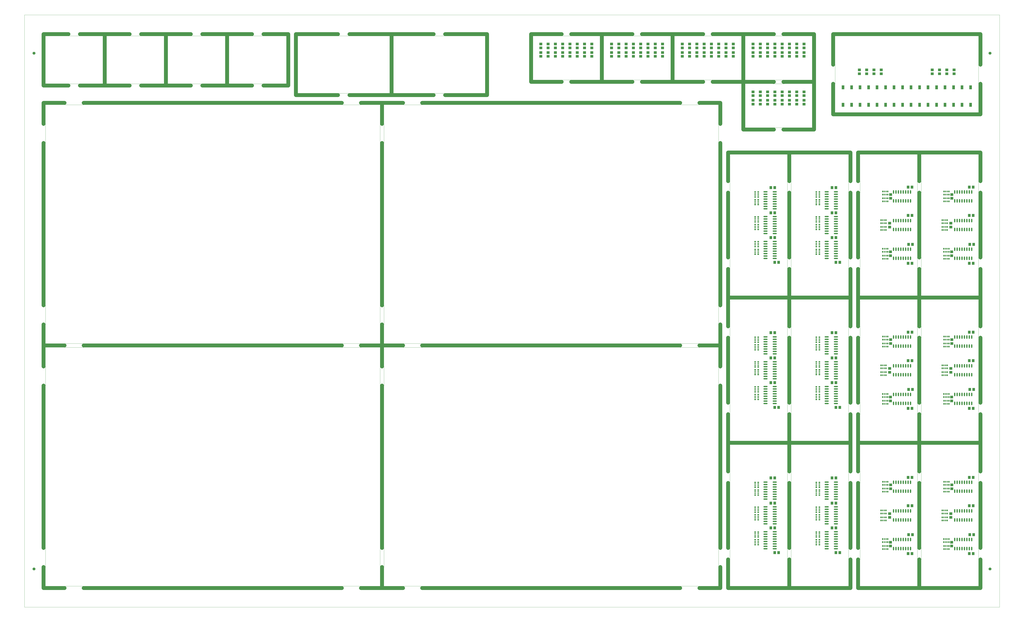
<source format=gtp>
%FSLAX44Y44*%
%MOMM*%
G71*
G01*
G75*
G04 Layer_Color=8421504*
%ADD10C,0.1000*%
%ADD11C,2.0000*%
%ADD12C,1.5000*%
%ADD13R,1.5000X1.4000*%
%ADD14C,0.3048*%
%ADD15C,0.6350*%
%ADD16C,0.4064*%
%ADD17O,0.6000X1.9000*%
G04:AMPARAMS|DCode=18|XSize=0.64mm|YSize=0.8mm|CornerRadius=0.064mm|HoleSize=0mm|Usage=FLASHONLY|Rotation=180.000|XOffset=0mm|YOffset=0mm|HoleType=Round|Shape=RoundedRectangle|*
%AMROUNDEDRECTD18*
21,1,0.6400,0.6720,0,0,180.0*
21,1,0.5120,0.8000,0,0,180.0*
1,1,0.1280,-0.2560,0.3360*
1,1,0.1280,0.2560,0.3360*
1,1,0.1280,0.2560,-0.3360*
1,1,0.1280,-0.2560,-0.3360*
%
%ADD18ROUNDEDRECTD18*%
G04:AMPARAMS|DCode=19|XSize=0.44mm|YSize=0.8mm|CornerRadius=0.044mm|HoleSize=0mm|Usage=FLASHONLY|Rotation=180.000|XOffset=0mm|YOffset=0mm|HoleType=Round|Shape=RoundedRectangle|*
%AMROUNDEDRECTD19*
21,1,0.4400,0.7120,0,0,180.0*
21,1,0.3520,0.8000,0,0,180.0*
1,1,0.0880,-0.1760,0.3560*
1,1,0.0880,0.1760,0.3560*
1,1,0.0880,0.1760,-0.3560*
1,1,0.0880,-0.1760,-0.3560*
%
%ADD19ROUNDEDRECTD19*%
%ADD20R,1.4000X1.5000*%
%ADD21C,0.2540*%
%ADD22C,1.0160*%
%ADD23C,0.5080*%
%ADD24C,0.7620*%
G04:AMPARAMS|DCode=25|XSize=0.64mm|YSize=0.8mm|CornerRadius=0.064mm|HoleSize=0mm|Usage=FLASHONLY|Rotation=90.000|XOffset=0mm|YOffset=0mm|HoleType=Round|Shape=RoundedRectangle|*
%AMROUNDEDRECTD25*
21,1,0.6400,0.6720,0,0,90.0*
21,1,0.5120,0.8000,0,0,90.0*
1,1,0.1280,0.3360,0.2560*
1,1,0.1280,0.3360,-0.2560*
1,1,0.1280,-0.3360,-0.2560*
1,1,0.1280,-0.3360,0.2560*
%
%ADD25ROUNDEDRECTD25*%
G04:AMPARAMS|DCode=26|XSize=0.44mm|YSize=0.8mm|CornerRadius=0.044mm|HoleSize=0mm|Usage=FLASHONLY|Rotation=90.000|XOffset=0mm|YOffset=0mm|HoleType=Round|Shape=RoundedRectangle|*
%AMROUNDEDRECTD26*
21,1,0.4400,0.7120,0,0,90.0*
21,1,0.3520,0.8000,0,0,90.0*
1,1,0.0880,0.3560,0.1760*
1,1,0.0880,0.3560,-0.1760*
1,1,0.0880,-0.3560,-0.1760*
1,1,0.0880,-0.3560,0.1760*
%
%ADD26ROUNDEDRECTD26*%
%ADD27O,2.2000X0.6000*%
%ADD28C,1.2700*%
G04:AMPARAMS|DCode=29|XSize=2.1mm|YSize=1.4mm|CornerRadius=0.14mm|HoleSize=0mm|Usage=FLASHONLY|Rotation=90.000|XOffset=0mm|YOffset=0mm|HoleType=Round|Shape=RoundedRectangle|*
%AMROUNDEDRECTD29*
21,1,2.1000,1.1200,0,0,90.0*
21,1,1.8200,1.4000,0,0,90.0*
1,1,0.2800,0.5600,0.9100*
1,1,0.2800,0.5600,-0.9100*
1,1,0.2800,-0.5600,-0.9100*
1,1,0.2800,-0.5600,0.9100*
%
%ADD29ROUNDEDRECTD29*%
%ADD30C,3.3000*%
%ADD31R,1.5000X1.5000*%
%ADD32C,1.6500*%
%ADD33R,1.6500X1.6500*%
%ADD34R,1.6500X1.6500*%
%ADD35C,0.7620*%
%ADD36C,1.8000*%
%ADD37C,1.1000*%
%ADD38O,1.5500X1.5000*%
%ADD39R,1.5000X1.5000*%
%ADD40C,0.2000*%
%ADD41C,0.1500*%
%ADD42C,0.2500*%
%ADD43C,0.1200*%
%ADD44C,0.1400*%
%ADD45R,4.1000X1.9000*%
%ADD46R,1.9000X4.1000*%
%ADD47C,0.1800*%
D10*
X0Y0D02*
Y3100000D01*
X5100000D01*
Y0D02*
Y3100000D01*
X0Y0D02*
X5100000D01*
X110000Y210000D02*
Y310000D01*
X210000Y110000D02*
X310000D01*
X110000Y1160000D02*
Y1260000D01*
X210000Y1360000D02*
X310000D01*
X1660000D02*
X1760000D01*
X1860000Y1160000D02*
Y1260000D01*
Y210000D02*
Y310000D01*
X1660000Y110000D02*
X1760000D01*
X1660000Y1380000D02*
X1760000D01*
X1860000Y1480000D02*
Y1580000D01*
Y2430000D02*
Y2530000D01*
X1660000Y2630000D02*
X1760000D01*
X210000D02*
X310000D01*
X110000Y2430000D02*
Y2530000D01*
X210000Y1380000D02*
X310000D01*
X110000Y1480000D02*
Y1580000D01*
X3430000Y1380000D02*
X3530000D01*
X3630000Y1480000D02*
Y1580000D01*
Y2430000D02*
Y2530000D01*
X3430000Y2630000D02*
X3530000D01*
X1980000D02*
X2080000D01*
X1880000Y2430000D02*
Y2530000D01*
X1980000Y1380000D02*
X2080000D01*
X1880000Y1480000D02*
Y1580000D01*
X3430000Y110000D02*
X3530000D01*
X3630000Y210000D02*
Y310000D01*
Y1160000D02*
Y1260000D01*
X3430000Y1360000D02*
X3530000D01*
X1980000D02*
X2080000D01*
X1880000Y1160000D02*
Y1260000D01*
X1980000Y110000D02*
X2080000D01*
X1880000Y210000D02*
Y310000D01*
X230000Y2990000D02*
X290000D01*
X230000Y2740000D02*
X290000D01*
X550000D02*
X610000D01*
X550000Y2990000D02*
X610000D01*
X870000Y2740000D02*
X930000D01*
X870000Y2990000D02*
X930000D01*
X1190000Y2740000D02*
X1250000D01*
X1190000Y2990000D02*
X1250000D01*
X1640000D02*
X1700000D01*
X1640000Y2690000D02*
X1700000D01*
X2140000Y2990000D02*
X2200000D01*
X2140000Y2690000D02*
X2200000D01*
X3690000Y250000D02*
Y310000D01*
Y650000D02*
Y710000D01*
X3990000Y650000D02*
Y710000D01*
Y250000D02*
Y310000D01*
X4010000Y650000D02*
Y710000D01*
Y250000D02*
Y310000D01*
X4310000Y650000D02*
Y710000D01*
Y250000D02*
Y310000D01*
X4990000Y250000D02*
Y310000D01*
Y650000D02*
Y710000D01*
X4690000Y250000D02*
Y310000D01*
Y650000D02*
Y710000D01*
X4670000Y250000D02*
Y310000D01*
Y650000D02*
Y710000D01*
X4370000Y650000D02*
Y710000D01*
Y250000D02*
Y310000D01*
X4310000Y1010000D02*
Y1070000D01*
Y1410000D02*
Y1470000D01*
X4010000Y1010000D02*
Y1070000D01*
Y1410000D02*
Y1470000D01*
X3990000Y1010000D02*
Y1070000D01*
Y1410000D02*
Y1470000D01*
X3690000Y1410000D02*
Y1470000D01*
Y1010000D02*
Y1070000D01*
X4990000Y1010000D02*
Y1070000D01*
Y1410000D02*
Y1470000D01*
X4690000Y1010000D02*
Y1070000D01*
Y1410000D02*
Y1470000D01*
X4670000Y1010000D02*
Y1070000D01*
Y1410000D02*
Y1470000D01*
X4370000Y1410000D02*
Y1470000D01*
Y1010000D02*
Y1070000D01*
X4310000Y1770000D02*
Y1830000D01*
Y2170000D02*
Y2230000D01*
X4010000Y1770000D02*
Y1830000D01*
Y2170000D02*
Y2230000D01*
X3990000Y1770000D02*
Y1830000D01*
Y2170000D02*
Y2230000D01*
X3690000Y2170000D02*
Y2230000D01*
Y1770000D02*
Y1830000D01*
X4990000Y1770000D02*
Y1830000D01*
Y2170000D02*
Y2230000D01*
X4690000Y1770000D02*
Y1830000D01*
Y2170000D02*
Y2230000D01*
X4670000Y1770000D02*
Y1830000D01*
Y2170000D02*
Y2230000D01*
X4370000Y2170000D02*
Y2230000D01*
Y1770000D02*
Y1830000D01*
X4990000Y2740000D02*
Y2840000D01*
X4240000Y2740000D02*
Y2840000D01*
X2805000Y2760000D02*
X2865000D01*
X2805000Y2990000D02*
X2865000D01*
X3175000D02*
X3235000D01*
X3175000Y2760000D02*
X3235000D01*
X3545000Y2990000D02*
X3605000D01*
X3545000Y2760000D02*
X3605000D01*
X3915000Y2990000D02*
X3975000D01*
X3915000Y2760000D02*
X3975000D01*
X3915000Y2740000D02*
X3975000D01*
X3915000Y2510000D02*
X3975000D01*
D11*
X3530000Y1370000D02*
X3640000D01*
X100000Y100000D02*
X210000D01*
X100000D02*
Y210000D01*
Y1370000D02*
X210000D01*
X310000Y100000D02*
X1660000D01*
X1760000D02*
X1980000D01*
X2080000D02*
X3430000D01*
X3530000D02*
X3640000D01*
Y210000D01*
Y310000D02*
Y1160000D01*
Y1260000D02*
Y1480000D01*
Y1580000D02*
Y2430000D01*
X1870000Y1580000D02*
Y2430000D01*
Y1260000D02*
Y1480000D01*
Y310000D02*
Y1160000D01*
X100000Y1580000D02*
Y2430000D01*
Y1260000D02*
Y1480000D01*
Y310000D02*
Y1160000D01*
X2080000Y1370000D02*
X3430000D01*
X1760000D02*
X1980000D01*
X310000D02*
X1660000D01*
X1870000Y100000D02*
Y210000D01*
X5000000Y100000D02*
Y250000D01*
Y310000D02*
Y650000D01*
Y710000D02*
Y1010000D01*
Y1070000D02*
Y1410000D01*
Y1470000D02*
Y1770000D01*
Y1830000D02*
Y2170000D01*
Y2230000D02*
Y2380000D01*
X4680000Y2230000D02*
Y2380000D01*
Y1830000D02*
Y2170000D01*
Y1470000D02*
Y1770000D01*
Y1070000D02*
Y1410000D01*
Y710000D02*
Y1010000D01*
Y310000D02*
Y650000D01*
X4360000Y2230000D02*
Y2380000D01*
Y1830000D02*
Y2170000D01*
Y1470000D02*
Y1770000D01*
Y1070000D02*
Y1410000D01*
Y710000D02*
Y1010000D01*
Y310000D02*
Y650000D01*
Y100000D02*
Y250000D01*
X4320000Y2230000D02*
Y2380000D01*
Y1830000D02*
Y2170000D01*
Y1470000D02*
Y1770000D01*
Y1070000D02*
Y1410000D01*
Y710000D02*
Y1010000D01*
Y310000D02*
Y650000D01*
Y100000D02*
Y250000D01*
X4000000Y2230000D02*
Y2380000D01*
Y1830000D02*
Y2170000D01*
Y1470000D02*
Y1770000D01*
Y1070000D02*
Y1410000D01*
Y710000D02*
Y1010000D01*
Y310000D02*
Y650000D01*
X3680000Y2230000D02*
Y2380000D01*
Y1830000D02*
Y2170000D01*
Y1470000D02*
Y1770000D01*
Y1070000D02*
Y1410000D01*
Y710000D02*
Y1010000D01*
Y310000D02*
Y650000D01*
Y100000D02*
Y250000D01*
Y1620000D02*
X4320000D01*
X4360000D02*
X5000000D01*
X3680000Y860000D02*
X4320000D01*
X4360000D02*
X5000000D01*
X310000Y2640000D02*
X1660000D01*
X1760000D02*
X1980000D01*
X2080000D02*
X3430000D01*
X1870000Y2530000D02*
Y2640000D01*
X100000D02*
X210000D01*
X100000Y2530000D02*
Y2640000D01*
X3640000Y2530000D02*
Y2640000D01*
X3530000D02*
X3640000D01*
X100000Y2730000D02*
Y3000000D01*
X230000D01*
X100000Y2730000D02*
X230000D01*
X420000D02*
Y3000000D01*
X290000D02*
X550000D01*
X290000Y2730000D02*
X550000D01*
X610000D02*
X870000D01*
X610000Y3000000D02*
X870000D01*
X740000Y2730000D02*
Y3000000D01*
X930000Y2730000D02*
X1190000D01*
X930000Y3000000D02*
X1190000D01*
X1060000Y2730000D02*
Y3000000D01*
X1250000D02*
X1380000D01*
X1250000Y2730000D02*
X1380000D01*
Y3000000D01*
X1420000Y2680000D02*
Y3000000D01*
Y2680000D02*
X1640000D01*
X1700000D02*
X2140000D01*
X2200000D02*
X2420000D01*
Y3000000D01*
X2200000D02*
X2420000D01*
X1700000D02*
X2140000D01*
X1420000D02*
X1640000D01*
X1920000Y2680000D02*
Y3000000D01*
X2650000D02*
X2810000D01*
X2650000Y2750000D02*
Y3000000D01*
Y2750000D02*
X2810000D01*
X2860000D02*
X3180000D01*
X3230000D02*
X3550000D01*
X3600000D02*
X3920000D01*
X3970000D02*
X4130000D01*
X3970000Y3000000D02*
X4130000D01*
Y2500000D02*
Y3000000D01*
X3970000Y2500000D02*
X4130000D01*
X3760000D02*
X3920000D01*
X3760000D02*
Y3000000D01*
X3600000D02*
X3920000D01*
X3230000D02*
X3550000D01*
X2860000D02*
X3180000D01*
X3020000Y2750000D02*
Y3000000D01*
X3390000Y2750000D02*
Y3000000D01*
X4230000D02*
X5000000D01*
Y2840000D02*
Y3000000D01*
Y2580000D02*
Y2740000D01*
X4230000Y2580000D02*
X5000000D01*
X4230000D02*
Y2740000D01*
Y2840000D02*
Y3000000D01*
X4000000Y100000D02*
Y250000D01*
X4680000Y100000D02*
Y250000D01*
X3680000Y100000D02*
X4320000D01*
X4360000D02*
X5000000D01*
X3680000Y2380000D02*
X4320000D01*
X4360000D02*
X5000000D01*
D12*
X5050000Y2900000D02*
D03*
X50000D02*
D03*
Y200000D02*
D03*
X5050000D02*
D03*
D13*
X4001000Y2927750D02*
D03*
Y2947750D02*
D03*
X3962900Y2927750D02*
D03*
Y2947750D02*
D03*
X3924800Y2927750D02*
D03*
Y2947750D02*
D03*
X3886700Y2927750D02*
D03*
Y2947750D02*
D03*
X3848600Y2927750D02*
D03*
Y2947750D02*
D03*
X3810500Y2927750D02*
D03*
Y2947750D02*
D03*
X4039100Y2927750D02*
D03*
Y2947750D02*
D03*
X4077200Y2927750D02*
D03*
Y2947750D02*
D03*
X3848600Y2903300D02*
D03*
Y2883300D02*
D03*
X3810500D02*
D03*
Y2903300D02*
D03*
X3924800D02*
D03*
Y2883300D02*
D03*
X3886700D02*
D03*
Y2903300D02*
D03*
X4001000D02*
D03*
Y2883300D02*
D03*
X3962900D02*
D03*
Y2903300D02*
D03*
X4077200D02*
D03*
Y2883300D02*
D03*
X4039100D02*
D03*
Y2903300D02*
D03*
X3631000Y2927750D02*
D03*
Y2947750D02*
D03*
X3592900Y2927750D02*
D03*
Y2947750D02*
D03*
X3554800Y2927750D02*
D03*
Y2947750D02*
D03*
X3516700Y2927750D02*
D03*
Y2947750D02*
D03*
X3478600Y2927750D02*
D03*
Y2947750D02*
D03*
X3440500Y2927750D02*
D03*
Y2947750D02*
D03*
X3669100Y2927750D02*
D03*
Y2947750D02*
D03*
X3707200Y2927750D02*
D03*
Y2947750D02*
D03*
X3478600Y2903300D02*
D03*
Y2883300D02*
D03*
X3440500D02*
D03*
Y2903300D02*
D03*
X3554800D02*
D03*
Y2883300D02*
D03*
X3516700D02*
D03*
Y2903300D02*
D03*
X3631000D02*
D03*
Y2883300D02*
D03*
X3592900D02*
D03*
Y2903300D02*
D03*
X3707200D02*
D03*
Y2883300D02*
D03*
X3669100D02*
D03*
Y2903300D02*
D03*
X3261000Y2927750D02*
D03*
Y2947750D02*
D03*
X3222900Y2927750D02*
D03*
Y2947750D02*
D03*
X3184800Y2927750D02*
D03*
Y2947750D02*
D03*
X3146700Y2927750D02*
D03*
Y2947750D02*
D03*
X3108600Y2927750D02*
D03*
Y2947750D02*
D03*
X3070500Y2927750D02*
D03*
Y2947750D02*
D03*
X3299100Y2927750D02*
D03*
Y2947750D02*
D03*
X3337200Y2927750D02*
D03*
Y2947750D02*
D03*
X3108600Y2903300D02*
D03*
Y2883300D02*
D03*
X3070500D02*
D03*
Y2903300D02*
D03*
X3184800D02*
D03*
Y2883300D02*
D03*
X3146700D02*
D03*
Y2903300D02*
D03*
X3261000D02*
D03*
Y2883300D02*
D03*
X3222900D02*
D03*
Y2903300D02*
D03*
X3337200D02*
D03*
Y2883300D02*
D03*
X3299100D02*
D03*
Y2903300D02*
D03*
X2891000Y2927750D02*
D03*
Y2947750D02*
D03*
X2852900Y2927750D02*
D03*
Y2947750D02*
D03*
X2814800Y2927750D02*
D03*
Y2947750D02*
D03*
X2776700Y2927750D02*
D03*
Y2947750D02*
D03*
X2738600Y2927750D02*
D03*
Y2947750D02*
D03*
X2700500Y2927750D02*
D03*
Y2947750D02*
D03*
X2929100Y2927750D02*
D03*
Y2947750D02*
D03*
X2967200Y2927750D02*
D03*
Y2947750D02*
D03*
X2738600Y2903300D02*
D03*
Y2883300D02*
D03*
X2700500D02*
D03*
Y2903300D02*
D03*
X2814800D02*
D03*
Y2883300D02*
D03*
X2776700D02*
D03*
Y2903300D02*
D03*
X2891000D02*
D03*
Y2883300D02*
D03*
X2852900D02*
D03*
Y2903300D02*
D03*
X2967200D02*
D03*
Y2883300D02*
D03*
X2929100D02*
D03*
Y2903300D02*
D03*
X4849792Y339710D02*
D03*
Y319710D02*
D03*
X4845220Y489570D02*
D03*
Y469570D02*
D03*
X4850046Y639938D02*
D03*
Y619938D02*
D03*
X4849792Y1099710D02*
D03*
Y1079710D02*
D03*
X4845220Y1249570D02*
D03*
Y1229570D02*
D03*
X4850046Y1399938D02*
D03*
Y1379938D02*
D03*
X4849792Y1859710D02*
D03*
Y1839710D02*
D03*
X4845220Y2009570D02*
D03*
Y1989570D02*
D03*
X4850046Y2159938D02*
D03*
Y2139938D02*
D03*
X4529792Y339710D02*
D03*
Y319710D02*
D03*
X4525220Y489570D02*
D03*
Y469570D02*
D03*
X4530046Y639938D02*
D03*
Y619938D02*
D03*
X4529792Y1099710D02*
D03*
Y1079710D02*
D03*
X4525220Y1249570D02*
D03*
Y1229570D02*
D03*
X4530046Y1399938D02*
D03*
Y1379938D02*
D03*
X4529792Y1859710D02*
D03*
Y1839710D02*
D03*
X4525220Y2009570D02*
D03*
Y1989570D02*
D03*
X4530046Y2159938D02*
D03*
Y2139938D02*
D03*
X4748300Y2812200D02*
D03*
Y2792200D02*
D03*
X4786400Y2812200D02*
D03*
Y2792200D02*
D03*
X4824500Y2812200D02*
D03*
Y2792200D02*
D03*
X4862600Y2812200D02*
D03*
Y2792200D02*
D03*
X4367300Y2812200D02*
D03*
Y2792200D02*
D03*
X4405400Y2812200D02*
D03*
Y2792200D02*
D03*
X4443500Y2812200D02*
D03*
Y2792200D02*
D03*
X4481600Y2812200D02*
D03*
Y2792200D02*
D03*
X4001000Y2677750D02*
D03*
Y2697750D02*
D03*
X3962900Y2677750D02*
D03*
Y2697750D02*
D03*
X3924800Y2677750D02*
D03*
Y2697750D02*
D03*
X3886700Y2677750D02*
D03*
Y2697750D02*
D03*
X3848600Y2677750D02*
D03*
Y2697750D02*
D03*
X3810500Y2677750D02*
D03*
Y2697750D02*
D03*
X4039100Y2677750D02*
D03*
Y2697750D02*
D03*
X4077200Y2677750D02*
D03*
Y2697750D02*
D03*
X3848600Y2653300D02*
D03*
Y2633300D02*
D03*
X3810500D02*
D03*
Y2653300D02*
D03*
X3924800D02*
D03*
Y2633300D02*
D03*
X3886700D02*
D03*
Y2653300D02*
D03*
X4001000D02*
D03*
Y2633300D02*
D03*
X3962900D02*
D03*
Y2653300D02*
D03*
X4077200D02*
D03*
Y2633300D02*
D03*
X4039100D02*
D03*
Y2653300D02*
D03*
D17*
X4878250Y653500D02*
D03*
X4890950D02*
D03*
X4865550D02*
D03*
X4916350D02*
D03*
X4903650D02*
D03*
X4929050D02*
D03*
X4954450D02*
D03*
X4941750D02*
D03*
X4878250Y606500D02*
D03*
X4865550D02*
D03*
X4890950D02*
D03*
X4916350D02*
D03*
X4903650D02*
D03*
X4941750D02*
D03*
X4954450D02*
D03*
X4929050D02*
D03*
X4878250Y353500D02*
D03*
X4890950D02*
D03*
X4865550D02*
D03*
X4916350D02*
D03*
X4903650D02*
D03*
X4929050D02*
D03*
X4954450D02*
D03*
X4941750D02*
D03*
X4878250Y306500D02*
D03*
X4865550D02*
D03*
X4890950D02*
D03*
X4916350D02*
D03*
X4903650D02*
D03*
X4941750D02*
D03*
X4954450D02*
D03*
X4929050D02*
D03*
X4878250Y503500D02*
D03*
X4890950D02*
D03*
X4865550D02*
D03*
X4916350D02*
D03*
X4903650D02*
D03*
X4929050D02*
D03*
X4954450D02*
D03*
X4941750D02*
D03*
X4878250Y456500D02*
D03*
X4865550D02*
D03*
X4890950D02*
D03*
X4916350D02*
D03*
X4903650D02*
D03*
X4941750D02*
D03*
X4954450D02*
D03*
X4929050D02*
D03*
X4878250Y1413500D02*
D03*
X4890950D02*
D03*
X4865550D02*
D03*
X4916350D02*
D03*
X4903650D02*
D03*
X4929050D02*
D03*
X4954450D02*
D03*
X4941750D02*
D03*
X4878250Y1366500D02*
D03*
X4865550D02*
D03*
X4890950D02*
D03*
X4916350D02*
D03*
X4903650D02*
D03*
X4941750D02*
D03*
X4954450D02*
D03*
X4929050D02*
D03*
X4878250Y1113500D02*
D03*
X4890950D02*
D03*
X4865550D02*
D03*
X4916350D02*
D03*
X4903650D02*
D03*
X4929050D02*
D03*
X4954450D02*
D03*
X4941750D02*
D03*
X4878250Y1066500D02*
D03*
X4865550D02*
D03*
X4890950D02*
D03*
X4916350D02*
D03*
X4903650D02*
D03*
X4941750D02*
D03*
X4954450D02*
D03*
X4929050D02*
D03*
X4878250Y1263500D02*
D03*
X4890950D02*
D03*
X4865550D02*
D03*
X4916350D02*
D03*
X4903650D02*
D03*
X4929050D02*
D03*
X4954450D02*
D03*
X4941750D02*
D03*
X4878250Y1216500D02*
D03*
X4865550D02*
D03*
X4890950D02*
D03*
X4916350D02*
D03*
X4903650D02*
D03*
X4941750D02*
D03*
X4954450D02*
D03*
X4929050D02*
D03*
X4878250Y2173500D02*
D03*
X4890950D02*
D03*
X4865550D02*
D03*
X4916350D02*
D03*
X4903650D02*
D03*
X4929050D02*
D03*
X4954450D02*
D03*
X4941750D02*
D03*
X4878250Y2126500D02*
D03*
X4865550D02*
D03*
X4890950D02*
D03*
X4916350D02*
D03*
X4903650D02*
D03*
X4941750D02*
D03*
X4954450D02*
D03*
X4929050D02*
D03*
X4878250Y1873500D02*
D03*
X4890950D02*
D03*
X4865550D02*
D03*
X4916350D02*
D03*
X4903650D02*
D03*
X4929050D02*
D03*
X4954450D02*
D03*
X4941750D02*
D03*
X4878250Y1826500D02*
D03*
X4865550D02*
D03*
X4890950D02*
D03*
X4916350D02*
D03*
X4903650D02*
D03*
X4941750D02*
D03*
X4954450D02*
D03*
X4929050D02*
D03*
X4878250Y2023500D02*
D03*
X4890950D02*
D03*
X4865550D02*
D03*
X4916350D02*
D03*
X4903650D02*
D03*
X4929050D02*
D03*
X4954450D02*
D03*
X4941750D02*
D03*
X4878250Y1976500D02*
D03*
X4865550D02*
D03*
X4890950D02*
D03*
X4916350D02*
D03*
X4903650D02*
D03*
X4941750D02*
D03*
X4954450D02*
D03*
X4929050D02*
D03*
X4558250Y653500D02*
D03*
X4570950D02*
D03*
X4545550D02*
D03*
X4596350D02*
D03*
X4583650D02*
D03*
X4609050D02*
D03*
X4634450D02*
D03*
X4621750D02*
D03*
X4558250Y606500D02*
D03*
X4545550D02*
D03*
X4570950D02*
D03*
X4596350D02*
D03*
X4583650D02*
D03*
X4621750D02*
D03*
X4634450D02*
D03*
X4609050D02*
D03*
X4558250Y353500D02*
D03*
X4570950D02*
D03*
X4545550D02*
D03*
X4596350D02*
D03*
X4583650D02*
D03*
X4609050D02*
D03*
X4634450D02*
D03*
X4621750D02*
D03*
X4558250Y306500D02*
D03*
X4545550D02*
D03*
X4570950D02*
D03*
X4596350D02*
D03*
X4583650D02*
D03*
X4621750D02*
D03*
X4634450D02*
D03*
X4609050D02*
D03*
X4558250Y503500D02*
D03*
X4570950D02*
D03*
X4545550D02*
D03*
X4596350D02*
D03*
X4583650D02*
D03*
X4609050D02*
D03*
X4634450D02*
D03*
X4621750D02*
D03*
X4558250Y456500D02*
D03*
X4545550D02*
D03*
X4570950D02*
D03*
X4596350D02*
D03*
X4583650D02*
D03*
X4621750D02*
D03*
X4634450D02*
D03*
X4609050D02*
D03*
X4558250Y1413500D02*
D03*
X4570950D02*
D03*
X4545550D02*
D03*
X4596350D02*
D03*
X4583650D02*
D03*
X4609050D02*
D03*
X4634450D02*
D03*
X4621750D02*
D03*
X4558250Y1366500D02*
D03*
X4545550D02*
D03*
X4570950D02*
D03*
X4596350D02*
D03*
X4583650D02*
D03*
X4621750D02*
D03*
X4634450D02*
D03*
X4609050D02*
D03*
X4558250Y1113500D02*
D03*
X4570950D02*
D03*
X4545550D02*
D03*
X4596350D02*
D03*
X4583650D02*
D03*
X4609050D02*
D03*
X4634450D02*
D03*
X4621750D02*
D03*
X4558250Y1066500D02*
D03*
X4545550D02*
D03*
X4570950D02*
D03*
X4596350D02*
D03*
X4583650D02*
D03*
X4621750D02*
D03*
X4634450D02*
D03*
X4609050D02*
D03*
X4558250Y1263500D02*
D03*
X4570950D02*
D03*
X4545550D02*
D03*
X4596350D02*
D03*
X4583650D02*
D03*
X4609050D02*
D03*
X4634450D02*
D03*
X4621750D02*
D03*
X4558250Y1216500D02*
D03*
X4545550D02*
D03*
X4570950D02*
D03*
X4596350D02*
D03*
X4583650D02*
D03*
X4621750D02*
D03*
X4634450D02*
D03*
X4609050D02*
D03*
X4558250Y2173500D02*
D03*
X4570950D02*
D03*
X4545550D02*
D03*
X4596350D02*
D03*
X4583650D02*
D03*
X4609050D02*
D03*
X4634450D02*
D03*
X4621750D02*
D03*
X4558250Y2126500D02*
D03*
X4545550D02*
D03*
X4570950D02*
D03*
X4596350D02*
D03*
X4583650D02*
D03*
X4621750D02*
D03*
X4634450D02*
D03*
X4609050D02*
D03*
X4558250Y1873500D02*
D03*
X4570950D02*
D03*
X4545550D02*
D03*
X4596350D02*
D03*
X4583650D02*
D03*
X4609050D02*
D03*
X4634450D02*
D03*
X4621750D02*
D03*
X4558250Y1826500D02*
D03*
X4545550D02*
D03*
X4570950D02*
D03*
X4596350D02*
D03*
X4583650D02*
D03*
X4621750D02*
D03*
X4634450D02*
D03*
X4609050D02*
D03*
X4558250Y2023500D02*
D03*
X4570950D02*
D03*
X4545550D02*
D03*
X4596350D02*
D03*
X4583650D02*
D03*
X4609050D02*
D03*
X4634450D02*
D03*
X4621750D02*
D03*
X4558250Y1976500D02*
D03*
X4545550D02*
D03*
X4570950D02*
D03*
X4596350D02*
D03*
X4583650D02*
D03*
X4621750D02*
D03*
X4634450D02*
D03*
X4609050D02*
D03*
D18*
X4835360Y620158D02*
D03*
X4809360D02*
D03*
X4835360Y604158D02*
D03*
X4809360D02*
D03*
Y639972D02*
D03*
X4835360D02*
D03*
X4809360Y655972D02*
D03*
X4835360D02*
D03*
X4826000Y470000D02*
D03*
X4800000D02*
D03*
X4826000Y454000D02*
D03*
X4800000D02*
D03*
Y490000D02*
D03*
X4826000D02*
D03*
X4800000Y506000D02*
D03*
X4826000D02*
D03*
X4835492Y320000D02*
D03*
X4809492D02*
D03*
X4835492Y304000D02*
D03*
X4809492D02*
D03*
X4809238Y340000D02*
D03*
X4835238D02*
D03*
X4809238Y356000D02*
D03*
X4835238D02*
D03*
X4835360Y1380158D02*
D03*
X4809360D02*
D03*
X4835360Y1364158D02*
D03*
X4809360D02*
D03*
Y1399972D02*
D03*
X4835360D02*
D03*
X4809360Y1415972D02*
D03*
X4835360D02*
D03*
X4826000Y1230000D02*
D03*
X4800000D02*
D03*
X4826000Y1214000D02*
D03*
X4800000D02*
D03*
Y1250000D02*
D03*
X4826000D02*
D03*
X4800000Y1266000D02*
D03*
X4826000D02*
D03*
X4835492Y1080000D02*
D03*
X4809492D02*
D03*
X4835492Y1064000D02*
D03*
X4809492D02*
D03*
X4809238Y1100000D02*
D03*
X4835238D02*
D03*
X4809238Y1116000D02*
D03*
X4835238D02*
D03*
X4835360Y2140158D02*
D03*
X4809360D02*
D03*
X4835360Y2124158D02*
D03*
X4809360D02*
D03*
Y2159972D02*
D03*
X4835360D02*
D03*
X4809360Y2175972D02*
D03*
X4835360D02*
D03*
X4826000Y1990000D02*
D03*
X4800000D02*
D03*
X4826000Y1974000D02*
D03*
X4800000D02*
D03*
Y2010000D02*
D03*
X4826000D02*
D03*
X4800000Y2026000D02*
D03*
X4826000D02*
D03*
X4835492Y1840000D02*
D03*
X4809492D02*
D03*
X4835492Y1824000D02*
D03*
X4809492D02*
D03*
X4809238Y1860000D02*
D03*
X4835238D02*
D03*
X4809238Y1876000D02*
D03*
X4835238D02*
D03*
X4515360Y620158D02*
D03*
X4489360D02*
D03*
X4515360Y604158D02*
D03*
X4489360D02*
D03*
Y639972D02*
D03*
X4515360D02*
D03*
X4489360Y655972D02*
D03*
X4515360D02*
D03*
X4506000Y470000D02*
D03*
X4480000D02*
D03*
X4506000Y454000D02*
D03*
X4480000D02*
D03*
Y490000D02*
D03*
X4506000D02*
D03*
X4480000Y506000D02*
D03*
X4506000D02*
D03*
X4515492Y320000D02*
D03*
X4489492D02*
D03*
X4515492Y304000D02*
D03*
X4489492D02*
D03*
X4489238Y340000D02*
D03*
X4515238D02*
D03*
X4489238Y356000D02*
D03*
X4515238D02*
D03*
X4515360Y1380158D02*
D03*
X4489360D02*
D03*
X4515360Y1364158D02*
D03*
X4489360D02*
D03*
Y1399972D02*
D03*
X4515360D02*
D03*
X4489360Y1415972D02*
D03*
X4515360D02*
D03*
X4506000Y1230000D02*
D03*
X4480000D02*
D03*
X4506000Y1214000D02*
D03*
X4480000D02*
D03*
Y1250000D02*
D03*
X4506000D02*
D03*
X4480000Y1266000D02*
D03*
X4506000D02*
D03*
X4515492Y1080000D02*
D03*
X4489492D02*
D03*
X4515492Y1064000D02*
D03*
X4489492D02*
D03*
X4489238Y1100000D02*
D03*
X4515238D02*
D03*
X4489238Y1116000D02*
D03*
X4515238D02*
D03*
X4515360Y2140158D02*
D03*
X4489360D02*
D03*
X4515360Y2124158D02*
D03*
X4489360D02*
D03*
Y2159972D02*
D03*
X4515360D02*
D03*
X4489360Y2175972D02*
D03*
X4515360D02*
D03*
X4506000Y1990000D02*
D03*
X4480000D02*
D03*
X4506000Y1974000D02*
D03*
X4480000D02*
D03*
Y2010000D02*
D03*
X4506000D02*
D03*
X4480000Y2026000D02*
D03*
X4506000D02*
D03*
X4515492Y1840000D02*
D03*
X4489492D02*
D03*
X4515492Y1824000D02*
D03*
X4489492D02*
D03*
X4489238Y1860000D02*
D03*
X4515238D02*
D03*
X4489238Y1876000D02*
D03*
X4515238D02*
D03*
D19*
X4826360Y620158D02*
D03*
X4818360D02*
D03*
X4826360Y604158D02*
D03*
X4818360D02*
D03*
X4818360Y639972D02*
D03*
X4826360D02*
D03*
X4818360Y655972D02*
D03*
X4826360D02*
D03*
X4817000Y470000D02*
D03*
X4809000D02*
D03*
X4817000Y454000D02*
D03*
X4809000D02*
D03*
X4809000Y490000D02*
D03*
X4817000D02*
D03*
X4809000Y506000D02*
D03*
X4817000D02*
D03*
X4826492Y320000D02*
D03*
X4818492D02*
D03*
X4826492Y304000D02*
D03*
X4818492D02*
D03*
X4818238Y340000D02*
D03*
X4826238D02*
D03*
X4818238Y356000D02*
D03*
X4826238D02*
D03*
X4826360Y1380158D02*
D03*
X4818360D02*
D03*
X4826360Y1364158D02*
D03*
X4818360D02*
D03*
X4818360Y1399972D02*
D03*
X4826360D02*
D03*
X4818360Y1415972D02*
D03*
X4826360D02*
D03*
X4817000Y1230000D02*
D03*
X4809000D02*
D03*
X4817000Y1214000D02*
D03*
X4809000D02*
D03*
X4809000Y1250000D02*
D03*
X4817000D02*
D03*
X4809000Y1266000D02*
D03*
X4817000D02*
D03*
X4826492Y1080000D02*
D03*
X4818492D02*
D03*
X4826492Y1064000D02*
D03*
X4818492D02*
D03*
X4818238Y1100000D02*
D03*
X4826238D02*
D03*
X4818238Y1116000D02*
D03*
X4826238D02*
D03*
X4826360Y2140158D02*
D03*
X4818360D02*
D03*
X4826360Y2124158D02*
D03*
X4818360D02*
D03*
X4818360Y2159972D02*
D03*
X4826360D02*
D03*
X4818360Y2175972D02*
D03*
X4826360D02*
D03*
X4817000Y1990000D02*
D03*
X4809000D02*
D03*
X4817000Y1974000D02*
D03*
X4809000D02*
D03*
X4809000Y2010000D02*
D03*
X4817000D02*
D03*
X4809000Y2026000D02*
D03*
X4817000D02*
D03*
X4826492Y1840000D02*
D03*
X4818492D02*
D03*
X4826492Y1824000D02*
D03*
X4818492D02*
D03*
X4818238Y1860000D02*
D03*
X4826238D02*
D03*
X4818238Y1876000D02*
D03*
X4826238D02*
D03*
X4506360Y620158D02*
D03*
X4498360D02*
D03*
X4506360Y604158D02*
D03*
X4498360D02*
D03*
X4498360Y639972D02*
D03*
X4506360D02*
D03*
X4498360Y655972D02*
D03*
X4506360D02*
D03*
X4497000Y470000D02*
D03*
X4489000D02*
D03*
X4497000Y454000D02*
D03*
X4489000D02*
D03*
X4489000Y490000D02*
D03*
X4497000D02*
D03*
X4489000Y506000D02*
D03*
X4497000D02*
D03*
X4506492Y320000D02*
D03*
X4498492D02*
D03*
X4506492Y304000D02*
D03*
X4498492D02*
D03*
X4498238Y340000D02*
D03*
X4506238D02*
D03*
X4498238Y356000D02*
D03*
X4506238D02*
D03*
X4506360Y1380158D02*
D03*
X4498360D02*
D03*
X4506360Y1364158D02*
D03*
X4498360D02*
D03*
X4498360Y1399972D02*
D03*
X4506360D02*
D03*
X4498360Y1415972D02*
D03*
X4506360D02*
D03*
X4497000Y1230000D02*
D03*
X4489000D02*
D03*
X4497000Y1214000D02*
D03*
X4489000D02*
D03*
X4489000Y1250000D02*
D03*
X4497000D02*
D03*
X4489000Y1266000D02*
D03*
X4497000D02*
D03*
X4506492Y1080000D02*
D03*
X4498492D02*
D03*
X4506492Y1064000D02*
D03*
X4498492D02*
D03*
X4498238Y1100000D02*
D03*
X4506238D02*
D03*
X4498238Y1116000D02*
D03*
X4506238D02*
D03*
X4506360Y2140158D02*
D03*
X4498360D02*
D03*
X4506360Y2124158D02*
D03*
X4498360D02*
D03*
X4498360Y2159972D02*
D03*
X4506360D02*
D03*
X4498360Y2175972D02*
D03*
X4506360D02*
D03*
X4497000Y1990000D02*
D03*
X4489000D02*
D03*
X4497000Y1974000D02*
D03*
X4489000D02*
D03*
X4489000Y2010000D02*
D03*
X4497000D02*
D03*
X4489000Y2026000D02*
D03*
X4497000D02*
D03*
X4506492Y1840000D02*
D03*
X4498492D02*
D03*
X4506492Y1824000D02*
D03*
X4498492D02*
D03*
X4498238Y1860000D02*
D03*
X4506238D02*
D03*
X4498238Y1876000D02*
D03*
X4506238D02*
D03*
D20*
X4961900Y678960D02*
D03*
X4941900D02*
D03*
X4961900Y530370D02*
D03*
X4941900D02*
D03*
X4964440Y379240D02*
D03*
X4944440D02*
D03*
X4941900Y280180D02*
D03*
X4961900D02*
D03*
Y1438960D02*
D03*
X4941900D02*
D03*
X4961900Y1290370D02*
D03*
X4941900D02*
D03*
X4964440Y1139240D02*
D03*
X4944440D02*
D03*
X4941900Y1040180D02*
D03*
X4961900D02*
D03*
Y2198960D02*
D03*
X4941900D02*
D03*
X4961900Y2050370D02*
D03*
X4941900D02*
D03*
X4964440Y1899240D02*
D03*
X4944440D02*
D03*
X4941900Y1800180D02*
D03*
X4961900D02*
D03*
X4641900Y678960D02*
D03*
X4621900D02*
D03*
X4641900Y530370D02*
D03*
X4621900D02*
D03*
X4644440Y379240D02*
D03*
X4624440D02*
D03*
X4621900Y280180D02*
D03*
X4641900D02*
D03*
Y1438960D02*
D03*
X4621900D02*
D03*
X4641900Y1290370D02*
D03*
X4621900D02*
D03*
X4644440Y1139240D02*
D03*
X4624440D02*
D03*
X4621900Y1040180D02*
D03*
X4641900D02*
D03*
Y2198960D02*
D03*
X4621900D02*
D03*
X4641900Y2050370D02*
D03*
X4621900D02*
D03*
X4644440Y1899240D02*
D03*
X4624440D02*
D03*
X4621900Y1800180D02*
D03*
X4641900D02*
D03*
X4264120Y285260D02*
D03*
X4244120D02*
D03*
X4243800Y414800D02*
D03*
X4223800D02*
D03*
X4243800Y544340D02*
D03*
X4223800D02*
D03*
X4243800Y676420D02*
D03*
X4223800D02*
D03*
X4264120Y1045260D02*
D03*
X4244120D02*
D03*
X4243800Y1174800D02*
D03*
X4223800D02*
D03*
X4243800Y1304340D02*
D03*
X4223800D02*
D03*
X4243800Y1436420D02*
D03*
X4223800D02*
D03*
X4264120Y1805260D02*
D03*
X4244120D02*
D03*
X4243800Y1934800D02*
D03*
X4223800D02*
D03*
X4243800Y2064340D02*
D03*
X4223800D02*
D03*
X4243800Y2196420D02*
D03*
X4223800D02*
D03*
X3944120Y285260D02*
D03*
X3924120D02*
D03*
X3923800Y414800D02*
D03*
X3903800D02*
D03*
X3923800Y544340D02*
D03*
X3903800D02*
D03*
X3923800Y676420D02*
D03*
X3903800D02*
D03*
X3944120Y1045260D02*
D03*
X3924120D02*
D03*
X3923800Y1174800D02*
D03*
X3903800D02*
D03*
X3923800Y1304340D02*
D03*
X3903800D02*
D03*
X3923800Y1436420D02*
D03*
X3903800D02*
D03*
X3944120Y1805260D02*
D03*
X3924120D02*
D03*
X3923800Y1934800D02*
D03*
X3903800D02*
D03*
X3923800Y2064340D02*
D03*
X3903800D02*
D03*
X3923800Y2196420D02*
D03*
X3903800D02*
D03*
D25*
X4158000Y327000D02*
D03*
Y353000D02*
D03*
X4142000Y327000D02*
D03*
Y353000D02*
D03*
X4158000Y367000D02*
D03*
Y393000D02*
D03*
X4142000Y367000D02*
D03*
Y393000D02*
D03*
X4158000Y587000D02*
D03*
Y613000D02*
D03*
X4142000Y587000D02*
D03*
Y613000D02*
D03*
X4158000Y627000D02*
D03*
Y653000D02*
D03*
X4142000Y627000D02*
D03*
Y653000D02*
D03*
X4158000Y457000D02*
D03*
Y483000D02*
D03*
X4142000Y457000D02*
D03*
Y483000D02*
D03*
X4158000Y497000D02*
D03*
Y523000D02*
D03*
X4142000Y497000D02*
D03*
Y523000D02*
D03*
X4158000Y1087000D02*
D03*
Y1113000D02*
D03*
X4142000Y1087000D02*
D03*
Y1113000D02*
D03*
X4158000Y1127000D02*
D03*
Y1153000D02*
D03*
X4142000Y1127000D02*
D03*
Y1153000D02*
D03*
X4158000Y1347000D02*
D03*
Y1373000D02*
D03*
X4142000Y1347000D02*
D03*
Y1373000D02*
D03*
X4158000Y1387000D02*
D03*
Y1413000D02*
D03*
X4142000Y1387000D02*
D03*
Y1413000D02*
D03*
X4158000Y1217000D02*
D03*
Y1243000D02*
D03*
X4142000Y1217000D02*
D03*
Y1243000D02*
D03*
X4158000Y1257000D02*
D03*
Y1283000D02*
D03*
X4142000Y1257000D02*
D03*
Y1283000D02*
D03*
X4158000Y1847000D02*
D03*
Y1873000D02*
D03*
X4142000Y1847000D02*
D03*
Y1873000D02*
D03*
X4158000Y1887000D02*
D03*
Y1913000D02*
D03*
X4142000Y1887000D02*
D03*
Y1913000D02*
D03*
X4158000Y2107000D02*
D03*
Y2133000D02*
D03*
X4142000Y2107000D02*
D03*
Y2133000D02*
D03*
X4158000Y2147000D02*
D03*
Y2173000D02*
D03*
X4142000Y2147000D02*
D03*
Y2173000D02*
D03*
X4158000Y1977000D02*
D03*
Y2003000D02*
D03*
X4142000Y1977000D02*
D03*
Y2003000D02*
D03*
X4158000Y2017000D02*
D03*
Y2043000D02*
D03*
X4142000Y2017000D02*
D03*
Y2043000D02*
D03*
X3838000Y327000D02*
D03*
Y353000D02*
D03*
X3822000Y327000D02*
D03*
Y353000D02*
D03*
X3838000Y367000D02*
D03*
Y393000D02*
D03*
X3822000Y367000D02*
D03*
Y393000D02*
D03*
X3838000Y587000D02*
D03*
Y613000D02*
D03*
X3822000Y587000D02*
D03*
Y613000D02*
D03*
X3838000Y627000D02*
D03*
Y653000D02*
D03*
X3822000Y627000D02*
D03*
Y653000D02*
D03*
X3838000Y457000D02*
D03*
Y483000D02*
D03*
X3822000Y457000D02*
D03*
Y483000D02*
D03*
X3838000Y497000D02*
D03*
Y523000D02*
D03*
X3822000Y497000D02*
D03*
Y523000D02*
D03*
X3838000Y1087000D02*
D03*
Y1113000D02*
D03*
X3822000Y1087000D02*
D03*
Y1113000D02*
D03*
X3838000Y1127000D02*
D03*
Y1153000D02*
D03*
X3822000Y1127000D02*
D03*
Y1153000D02*
D03*
X3838000Y1347000D02*
D03*
Y1373000D02*
D03*
X3822000Y1347000D02*
D03*
Y1373000D02*
D03*
X3838000Y1387000D02*
D03*
Y1413000D02*
D03*
X3822000Y1387000D02*
D03*
Y1413000D02*
D03*
X3838000Y1217000D02*
D03*
Y1243000D02*
D03*
X3822000Y1217000D02*
D03*
Y1243000D02*
D03*
X3838000Y1257000D02*
D03*
Y1283000D02*
D03*
X3822000Y1257000D02*
D03*
Y1283000D02*
D03*
X3838000Y1847000D02*
D03*
Y1873000D02*
D03*
X3822000Y1847000D02*
D03*
Y1873000D02*
D03*
X3838000Y1887000D02*
D03*
Y1913000D02*
D03*
X3822000Y1887000D02*
D03*
Y1913000D02*
D03*
X3838000Y2107000D02*
D03*
Y2133000D02*
D03*
X3822000Y2107000D02*
D03*
Y2133000D02*
D03*
X3838000Y2147000D02*
D03*
Y2173000D02*
D03*
X3822000Y2147000D02*
D03*
Y2173000D02*
D03*
X3838000Y1977000D02*
D03*
Y2003000D02*
D03*
X3822000Y1977000D02*
D03*
Y2003000D02*
D03*
X3838000Y2017000D02*
D03*
Y2043000D02*
D03*
X3822000Y2017000D02*
D03*
Y2043000D02*
D03*
D26*
X4158000Y336000D02*
D03*
Y344000D02*
D03*
X4142000Y336000D02*
D03*
Y344000D02*
D03*
X4158000Y376000D02*
D03*
Y384000D02*
D03*
X4142000Y376000D02*
D03*
Y384000D02*
D03*
X4158000Y596000D02*
D03*
Y604000D02*
D03*
X4142000Y596000D02*
D03*
Y604000D02*
D03*
X4158000Y636000D02*
D03*
Y644000D02*
D03*
X4142000Y636000D02*
D03*
Y644000D02*
D03*
X4158000Y466000D02*
D03*
Y474000D02*
D03*
X4142000Y466000D02*
D03*
Y474000D02*
D03*
X4158000Y506000D02*
D03*
Y514000D02*
D03*
X4142000Y506000D02*
D03*
Y514000D02*
D03*
X4158000Y1096000D02*
D03*
Y1104000D02*
D03*
X4142000Y1096000D02*
D03*
Y1104000D02*
D03*
X4158000Y1136000D02*
D03*
Y1144000D02*
D03*
X4142000Y1136000D02*
D03*
Y1144000D02*
D03*
X4158000Y1356000D02*
D03*
Y1364000D02*
D03*
X4142000Y1356000D02*
D03*
Y1364000D02*
D03*
X4158000Y1396000D02*
D03*
Y1404000D02*
D03*
X4142000Y1396000D02*
D03*
Y1404000D02*
D03*
X4158000Y1226000D02*
D03*
Y1234000D02*
D03*
X4142000Y1226000D02*
D03*
Y1234000D02*
D03*
X4158000Y1266000D02*
D03*
Y1274000D02*
D03*
X4142000Y1266000D02*
D03*
Y1274000D02*
D03*
X4158000Y1856000D02*
D03*
Y1864000D02*
D03*
X4142000Y1856000D02*
D03*
Y1864000D02*
D03*
X4158000Y1896000D02*
D03*
Y1904000D02*
D03*
X4142000Y1896000D02*
D03*
Y1904000D02*
D03*
X4158000Y2116000D02*
D03*
Y2124000D02*
D03*
X4142000Y2116000D02*
D03*
Y2124000D02*
D03*
X4158000Y2156000D02*
D03*
Y2164000D02*
D03*
X4142000Y2156000D02*
D03*
Y2164000D02*
D03*
X4158000Y1986000D02*
D03*
Y1994000D02*
D03*
X4142000Y1986000D02*
D03*
Y1994000D02*
D03*
X4158000Y2026000D02*
D03*
Y2034000D02*
D03*
X4142000Y2026000D02*
D03*
Y2034000D02*
D03*
X3838000Y336000D02*
D03*
Y344000D02*
D03*
X3822000Y336000D02*
D03*
Y344000D02*
D03*
X3838000Y376000D02*
D03*
Y384000D02*
D03*
X3822000Y376000D02*
D03*
Y384000D02*
D03*
X3838000Y596000D02*
D03*
Y604000D02*
D03*
X3822000Y596000D02*
D03*
Y604000D02*
D03*
X3838000Y636000D02*
D03*
Y644000D02*
D03*
X3822000Y636000D02*
D03*
Y644000D02*
D03*
X3838000Y466000D02*
D03*
Y474000D02*
D03*
X3822000Y466000D02*
D03*
Y474000D02*
D03*
X3838000Y506000D02*
D03*
Y514000D02*
D03*
X3822000Y506000D02*
D03*
Y514000D02*
D03*
X3838000Y1096000D02*
D03*
Y1104000D02*
D03*
X3822000Y1096000D02*
D03*
Y1104000D02*
D03*
X3838000Y1136000D02*
D03*
Y1144000D02*
D03*
X3822000Y1136000D02*
D03*
Y1144000D02*
D03*
X3838000Y1356000D02*
D03*
Y1364000D02*
D03*
X3822000Y1356000D02*
D03*
Y1364000D02*
D03*
X3838000Y1396000D02*
D03*
Y1404000D02*
D03*
X3822000Y1396000D02*
D03*
Y1404000D02*
D03*
X3838000Y1226000D02*
D03*
Y1234000D02*
D03*
X3822000Y1226000D02*
D03*
Y1234000D02*
D03*
X3838000Y1266000D02*
D03*
Y1274000D02*
D03*
X3822000Y1266000D02*
D03*
Y1274000D02*
D03*
X3838000Y1856000D02*
D03*
Y1864000D02*
D03*
X3822000Y1856000D02*
D03*
Y1864000D02*
D03*
X3838000Y1896000D02*
D03*
Y1904000D02*
D03*
X3822000Y1896000D02*
D03*
Y1904000D02*
D03*
X3838000Y2116000D02*
D03*
Y2124000D02*
D03*
X3822000Y2116000D02*
D03*
Y2124000D02*
D03*
X3838000Y2156000D02*
D03*
Y2164000D02*
D03*
X3822000Y2156000D02*
D03*
Y2164000D02*
D03*
X3838000Y1986000D02*
D03*
Y1994000D02*
D03*
X3822000Y1986000D02*
D03*
Y1994000D02*
D03*
X3838000Y2026000D02*
D03*
Y2034000D02*
D03*
X3822000Y2026000D02*
D03*
Y2034000D02*
D03*
D27*
X4196000Y641750D02*
D03*
Y654450D02*
D03*
Y629050D02*
D03*
Y616350D02*
D03*
Y603650D02*
D03*
X4244000Y654450D02*
D03*
Y616350D02*
D03*
Y603650D02*
D03*
Y641750D02*
D03*
Y629050D02*
D03*
X4196000Y590950D02*
D03*
Y578250D02*
D03*
Y565550D02*
D03*
X4244000Y590950D02*
D03*
Y578250D02*
D03*
Y565550D02*
D03*
X4196000Y511750D02*
D03*
Y524450D02*
D03*
Y499050D02*
D03*
Y486350D02*
D03*
Y473650D02*
D03*
X4244000Y524450D02*
D03*
Y486350D02*
D03*
Y473650D02*
D03*
Y511750D02*
D03*
Y499050D02*
D03*
X4196000Y460950D02*
D03*
Y448250D02*
D03*
Y435550D02*
D03*
X4244000Y460950D02*
D03*
Y448250D02*
D03*
Y435550D02*
D03*
X4196000Y381750D02*
D03*
Y394450D02*
D03*
Y369050D02*
D03*
Y356350D02*
D03*
Y343650D02*
D03*
X4244000Y394450D02*
D03*
Y356350D02*
D03*
Y343650D02*
D03*
Y381750D02*
D03*
Y369050D02*
D03*
X4196000Y330950D02*
D03*
Y318250D02*
D03*
Y305550D02*
D03*
X4244000Y330950D02*
D03*
Y318250D02*
D03*
Y305550D02*
D03*
X4196000Y1401750D02*
D03*
Y1414450D02*
D03*
Y1389050D02*
D03*
Y1376350D02*
D03*
Y1363650D02*
D03*
X4244000Y1414450D02*
D03*
Y1376350D02*
D03*
Y1363650D02*
D03*
Y1401750D02*
D03*
Y1389050D02*
D03*
X4196000Y1350950D02*
D03*
Y1338250D02*
D03*
Y1325550D02*
D03*
X4244000Y1350950D02*
D03*
Y1338250D02*
D03*
Y1325550D02*
D03*
X4196000Y1271750D02*
D03*
Y1284450D02*
D03*
Y1259050D02*
D03*
Y1246350D02*
D03*
Y1233650D02*
D03*
X4244000Y1284450D02*
D03*
Y1246350D02*
D03*
Y1233650D02*
D03*
Y1271750D02*
D03*
Y1259050D02*
D03*
X4196000Y1220950D02*
D03*
Y1208250D02*
D03*
Y1195550D02*
D03*
X4244000Y1220950D02*
D03*
Y1208250D02*
D03*
Y1195550D02*
D03*
X4196000Y1141750D02*
D03*
Y1154450D02*
D03*
Y1129050D02*
D03*
Y1116350D02*
D03*
Y1103650D02*
D03*
X4244000Y1154450D02*
D03*
Y1116350D02*
D03*
Y1103650D02*
D03*
Y1141750D02*
D03*
Y1129050D02*
D03*
X4196000Y1090950D02*
D03*
Y1078250D02*
D03*
Y1065550D02*
D03*
X4244000Y1090950D02*
D03*
Y1078250D02*
D03*
Y1065550D02*
D03*
X4196000Y2161750D02*
D03*
Y2174450D02*
D03*
Y2149050D02*
D03*
Y2136350D02*
D03*
Y2123650D02*
D03*
X4244000Y2174450D02*
D03*
Y2136350D02*
D03*
Y2123650D02*
D03*
Y2161750D02*
D03*
Y2149050D02*
D03*
X4196000Y2110950D02*
D03*
Y2098250D02*
D03*
Y2085550D02*
D03*
X4244000Y2110950D02*
D03*
Y2098250D02*
D03*
Y2085550D02*
D03*
X4196000Y2031750D02*
D03*
Y2044450D02*
D03*
Y2019050D02*
D03*
Y2006350D02*
D03*
Y1993650D02*
D03*
X4244000Y2044450D02*
D03*
Y2006350D02*
D03*
Y1993650D02*
D03*
Y2031750D02*
D03*
Y2019050D02*
D03*
X4196000Y1980950D02*
D03*
Y1968250D02*
D03*
Y1955550D02*
D03*
X4244000Y1980950D02*
D03*
Y1968250D02*
D03*
Y1955550D02*
D03*
X4196000Y1901750D02*
D03*
Y1914450D02*
D03*
Y1889050D02*
D03*
Y1876350D02*
D03*
Y1863650D02*
D03*
X4244000Y1914450D02*
D03*
Y1876350D02*
D03*
Y1863650D02*
D03*
Y1901750D02*
D03*
Y1889050D02*
D03*
X4196000Y1850950D02*
D03*
Y1838250D02*
D03*
Y1825550D02*
D03*
X4244000Y1850950D02*
D03*
Y1838250D02*
D03*
Y1825550D02*
D03*
X3876000Y641750D02*
D03*
Y654450D02*
D03*
Y629050D02*
D03*
Y616350D02*
D03*
Y603650D02*
D03*
X3924000Y654450D02*
D03*
Y616350D02*
D03*
Y603650D02*
D03*
Y641750D02*
D03*
Y629050D02*
D03*
X3876000Y590950D02*
D03*
Y578250D02*
D03*
Y565550D02*
D03*
X3924000Y590950D02*
D03*
Y578250D02*
D03*
Y565550D02*
D03*
X3876000Y511750D02*
D03*
Y524450D02*
D03*
Y499050D02*
D03*
Y486350D02*
D03*
Y473650D02*
D03*
X3924000Y524450D02*
D03*
Y486350D02*
D03*
Y473650D02*
D03*
Y511750D02*
D03*
Y499050D02*
D03*
X3876000Y460950D02*
D03*
Y448250D02*
D03*
Y435550D02*
D03*
X3924000Y460950D02*
D03*
Y448250D02*
D03*
Y435550D02*
D03*
X3876000Y381750D02*
D03*
Y394450D02*
D03*
Y369050D02*
D03*
Y356350D02*
D03*
Y343650D02*
D03*
X3924000Y394450D02*
D03*
Y356350D02*
D03*
Y343650D02*
D03*
Y381750D02*
D03*
Y369050D02*
D03*
X3876000Y330950D02*
D03*
Y318250D02*
D03*
Y305550D02*
D03*
X3924000Y330950D02*
D03*
Y318250D02*
D03*
Y305550D02*
D03*
X3876000Y1401750D02*
D03*
Y1414450D02*
D03*
Y1389050D02*
D03*
Y1376350D02*
D03*
Y1363650D02*
D03*
X3924000Y1414450D02*
D03*
Y1376350D02*
D03*
Y1363650D02*
D03*
Y1401750D02*
D03*
Y1389050D02*
D03*
X3876000Y1350950D02*
D03*
Y1338250D02*
D03*
Y1325550D02*
D03*
X3924000Y1350950D02*
D03*
Y1338250D02*
D03*
Y1325550D02*
D03*
X3876000Y1271750D02*
D03*
Y1284450D02*
D03*
Y1259050D02*
D03*
Y1246350D02*
D03*
Y1233650D02*
D03*
X3924000Y1284450D02*
D03*
Y1246350D02*
D03*
Y1233650D02*
D03*
Y1271750D02*
D03*
Y1259050D02*
D03*
X3876000Y1220950D02*
D03*
Y1208250D02*
D03*
Y1195550D02*
D03*
X3924000Y1220950D02*
D03*
Y1208250D02*
D03*
Y1195550D02*
D03*
X3876000Y1141750D02*
D03*
Y1154450D02*
D03*
Y1129050D02*
D03*
Y1116350D02*
D03*
Y1103650D02*
D03*
X3924000Y1154450D02*
D03*
Y1116350D02*
D03*
Y1103650D02*
D03*
Y1141750D02*
D03*
Y1129050D02*
D03*
X3876000Y1090950D02*
D03*
Y1078250D02*
D03*
Y1065550D02*
D03*
X3924000Y1090950D02*
D03*
Y1078250D02*
D03*
Y1065550D02*
D03*
X3876000Y2161750D02*
D03*
Y2174450D02*
D03*
Y2149050D02*
D03*
Y2136350D02*
D03*
Y2123650D02*
D03*
X3924000Y2174450D02*
D03*
Y2136350D02*
D03*
Y2123650D02*
D03*
Y2161750D02*
D03*
Y2149050D02*
D03*
X3876000Y2110950D02*
D03*
Y2098250D02*
D03*
Y2085550D02*
D03*
X3924000Y2110950D02*
D03*
Y2098250D02*
D03*
Y2085550D02*
D03*
X3876000Y2031750D02*
D03*
Y2044450D02*
D03*
Y2019050D02*
D03*
Y2006350D02*
D03*
Y1993650D02*
D03*
X3924000Y2044450D02*
D03*
Y2006350D02*
D03*
Y1993650D02*
D03*
Y2031750D02*
D03*
Y2019050D02*
D03*
X3876000Y1980950D02*
D03*
Y1968250D02*
D03*
Y1955550D02*
D03*
X3924000Y1980950D02*
D03*
Y1968250D02*
D03*
Y1955550D02*
D03*
X3876000Y1901750D02*
D03*
Y1914450D02*
D03*
Y1889050D02*
D03*
Y1876350D02*
D03*
Y1863650D02*
D03*
X3924000Y1914450D02*
D03*
Y1876350D02*
D03*
Y1863650D02*
D03*
Y1901750D02*
D03*
Y1889050D02*
D03*
X3876000Y1850950D02*
D03*
Y1838250D02*
D03*
Y1825550D02*
D03*
X3924000Y1850950D02*
D03*
Y1838250D02*
D03*
Y1825550D02*
D03*
D29*
X4326300Y2720700D02*
D03*
Y2629700D02*
D03*
X4281300Y2720700D02*
D03*
Y2629700D02*
D03*
X4415200Y2720700D02*
D03*
Y2629700D02*
D03*
X4370200Y2720700D02*
D03*
Y2629700D02*
D03*
X4504100Y2720700D02*
D03*
Y2629700D02*
D03*
X4459100Y2720700D02*
D03*
Y2629700D02*
D03*
X4593000Y2720700D02*
D03*
Y2629700D02*
D03*
X4548000Y2720700D02*
D03*
Y2629700D02*
D03*
X4681900Y2720700D02*
D03*
Y2629700D02*
D03*
X4636900Y2720700D02*
D03*
Y2629700D02*
D03*
X4770800Y2720700D02*
D03*
Y2629700D02*
D03*
X4725800Y2720700D02*
D03*
Y2629700D02*
D03*
X4859700Y2720700D02*
D03*
Y2629700D02*
D03*
X4814700Y2720700D02*
D03*
Y2629700D02*
D03*
X4948600Y2720700D02*
D03*
Y2629700D02*
D03*
X4903600Y2720700D02*
D03*
Y2629700D02*
D03*
M02*

</source>
